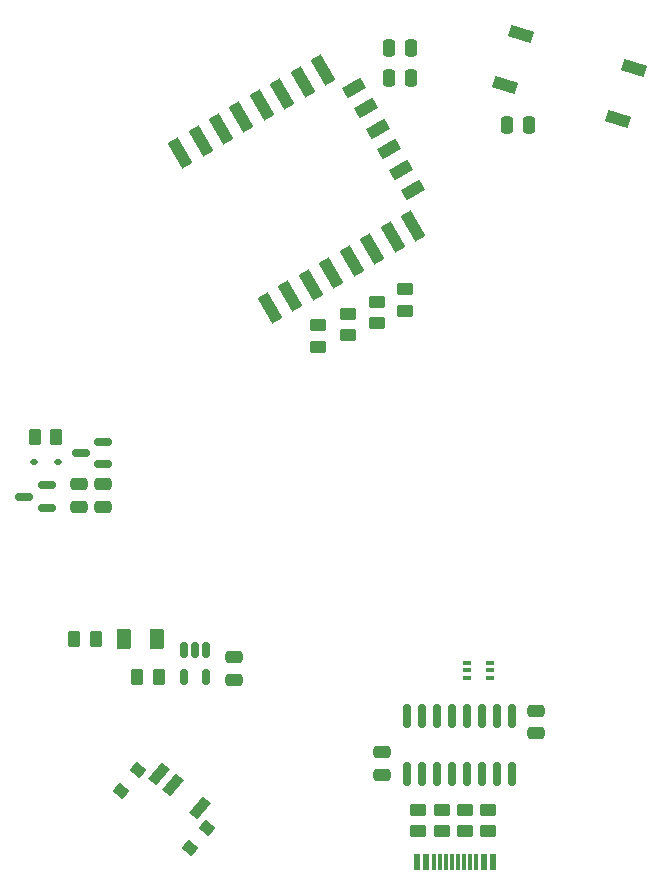
<source format=gbp>
G04 #@! TF.GenerationSoftware,KiCad,Pcbnew,8.0.4*
G04 #@! TF.CreationDate,2024-08-11T22:53:44+02:00*
G04 #@! TF.ProjectId,Haibadge_B,48616962-6164-4676-955f-422e6b696361,rev?*
G04 #@! TF.SameCoordinates,Original*
G04 #@! TF.FileFunction,Paste,Bot*
G04 #@! TF.FilePolarity,Positive*
%FSLAX46Y46*%
G04 Gerber Fmt 4.6, Leading zero omitted, Abs format (unit mm)*
G04 Created by KiCad (PCBNEW 8.0.4) date 2024-08-11 22:53:44*
%MOMM*%
%LPD*%
G01*
G04 APERTURE LIST*
G04 Aperture macros list*
%AMRoundRect*
0 Rectangle with rounded corners*
0 $1 Rounding radius*
0 $2 $3 $4 $5 $6 $7 $8 $9 X,Y pos of 4 corners*
0 Add a 4 corners polygon primitive as box body*
4,1,4,$2,$3,$4,$5,$6,$7,$8,$9,$2,$3,0*
0 Add four circle primitives for the rounded corners*
1,1,$1+$1,$2,$3*
1,1,$1+$1,$4,$5*
1,1,$1+$1,$6,$7*
1,1,$1+$1,$8,$9*
0 Add four rect primitives between the rounded corners*
20,1,$1+$1,$2,$3,$4,$5,0*
20,1,$1+$1,$4,$5,$6,$7,0*
20,1,$1+$1,$6,$7,$8,$9,0*
20,1,$1+$1,$8,$9,$2,$3,0*%
%AMRotRect*
0 Rectangle, with rotation*
0 The origin of the aperture is its center*
0 $1 length*
0 $2 width*
0 $3 Rotation angle, in degrees counterclockwise*
0 Add horizontal line*
21,1,$1,$2,0,0,$3*%
G04 Aperture macros list end*
%ADD10RotRect,0.900000X1.800000X140.000000*%
%ADD11RotRect,1.100000X0.930000X140.000000*%
%ADD12RoundRect,0.150000X0.587500X0.150000X-0.587500X0.150000X-0.587500X-0.150000X0.587500X-0.150000X0*%
%ADD13RoundRect,0.250000X0.375000X0.625000X-0.375000X0.625000X-0.375000X-0.625000X0.375000X-0.625000X0*%
%ADD14RoundRect,0.250000X-0.450000X0.262500X-0.450000X-0.262500X0.450000X-0.262500X0.450000X0.262500X0*%
%ADD15RoundRect,0.250000X-0.250000X-0.475000X0.250000X-0.475000X0.250000X0.475000X-0.250000X0.475000X0*%
%ADD16RoundRect,0.250000X0.262500X0.450000X-0.262500X0.450000X-0.262500X-0.450000X0.262500X-0.450000X0*%
%ADD17RoundRect,0.250000X-0.262500X-0.450000X0.262500X-0.450000X0.262500X0.450000X-0.262500X0.450000X0*%
%ADD18RoundRect,0.250000X-0.475000X0.250000X-0.475000X-0.250000X0.475000X-0.250000X0.475000X0.250000X0*%
%ADD19RoundRect,0.250000X0.450000X-0.262500X0.450000X0.262500X-0.450000X0.262500X-0.450000X-0.262500X0*%
%ADD20RotRect,2.000000X1.000000X163.000000*%
%ADD21RoundRect,0.100000X-0.225000X-0.100000X0.225000X-0.100000X0.225000X0.100000X-0.225000X0.100000X0*%
%ADD22RoundRect,0.150000X0.150000X-0.825000X0.150000X0.825000X-0.150000X0.825000X-0.150000X-0.825000X0*%
%ADD23RoundRect,0.150000X-0.150000X0.512500X-0.150000X-0.512500X0.150000X-0.512500X0.150000X0.512500X0*%
%ADD24RoundRect,0.250000X0.475000X-0.250000X0.475000X0.250000X-0.475000X0.250000X-0.475000X-0.250000X0*%
%ADD25RoundRect,0.112500X0.187500X0.112500X-0.187500X0.112500X-0.187500X-0.112500X0.187500X-0.112500X0*%
%ADD26R,0.600000X1.450000*%
%ADD27R,0.300000X1.450000*%
%ADD28RotRect,2.500000X1.000000X300.000000*%
%ADD29RotRect,1.000000X1.800000X300.000000*%
G04 APERTURE END LIST*
D10*
G04 #@! TO.C,SW2*
X118565777Y-168318165D03*
X116267644Y-166389802D03*
X115118577Y-165425621D03*
D11*
X113359128Y-165111079D03*
X111900000Y-166850000D03*
X117721937Y-171735186D03*
X119181065Y-169996265D03*
G04 #@! TD*
D12*
G04 #@! TO.C,Q3*
X105600000Y-141000000D03*
X105600000Y-142900000D03*
X103725000Y-141950000D03*
G04 #@! TD*
D13*
G04 #@! TO.C,D16*
X114950000Y-154000000D03*
X112150000Y-154000000D03*
G04 #@! TD*
D14*
G04 #@! TO.C,R10*
X133600000Y-125462500D03*
X133600000Y-127287500D03*
G04 #@! TD*
D15*
G04 #@! TO.C,C22*
X134550000Y-104000000D03*
X136450000Y-104000000D03*
G04 #@! TD*
D16*
G04 #@! TO.C,R4*
X109775000Y-154050000D03*
X107950000Y-154050000D03*
G04 #@! TD*
D17*
G04 #@! TO.C,R12*
X113275000Y-157200000D03*
X115100000Y-157200000D03*
G04 #@! TD*
D12*
G04 #@! TO.C,U4*
X108525000Y-138250000D03*
X110400000Y-139200000D03*
X110400000Y-137300000D03*
G04 #@! TD*
D15*
G04 #@! TO.C,C23*
X134550000Y-106500000D03*
X136450000Y-106500000D03*
G04 #@! TD*
D18*
G04 #@! TO.C,C19*
X110400000Y-140900000D03*
X110400000Y-142800000D03*
G04 #@! TD*
D19*
G04 #@! TO.C,R7*
X139050000Y-170300000D03*
X139050000Y-168475000D03*
G04 #@! TD*
D20*
G04 #@! TO.C,SW1*
X155315672Y-105696629D03*
X145752625Y-102772912D03*
X153999999Y-110000000D03*
X144436952Y-107076283D03*
G04 #@! TD*
D15*
G04 #@! TO.C,C16*
X144550000Y-110500000D03*
X146450000Y-110500000D03*
G04 #@! TD*
D21*
G04 #@! TO.C,Q1*
X141200000Y-157300000D03*
X141200000Y-156650000D03*
X141200000Y-156000000D03*
X143100000Y-156000000D03*
X143100000Y-156650000D03*
X143100000Y-157300000D03*
G04 #@! TD*
D22*
G04 #@! TO.C,U2*
X145000000Y-165475000D03*
X143730000Y-165475000D03*
X142460000Y-165475000D03*
X141190000Y-165475000D03*
X139920000Y-165475000D03*
X138650000Y-165475000D03*
X137380000Y-165475000D03*
X136110000Y-165475000D03*
X136110000Y-160525000D03*
X137380000Y-160525000D03*
X138650000Y-160525000D03*
X139920000Y-160525000D03*
X141190000Y-160525000D03*
X142460000Y-160525000D03*
X143730000Y-160525000D03*
X145000000Y-160525000D03*
G04 #@! TD*
D23*
G04 #@! TO.C,U3*
X117187500Y-157187500D03*
X119087500Y-157187500D03*
X119087500Y-154912500D03*
X118137500Y-154912500D03*
X117187500Y-154912500D03*
G04 #@! TD*
D14*
G04 #@! TO.C,R6*
X137000000Y-168475000D03*
X137000000Y-170300000D03*
G04 #@! TD*
D24*
G04 #@! TO.C,C21*
X121500000Y-157450000D03*
X121500000Y-155550000D03*
G04 #@! TD*
D14*
G04 #@! TO.C,R9*
X131100000Y-126462500D03*
X131100000Y-128287500D03*
G04 #@! TD*
D18*
G04 #@! TO.C,C20*
X108300000Y-140900000D03*
X108300000Y-142800000D03*
G04 #@! TD*
D24*
G04 #@! TO.C,C25*
X147000000Y-161975000D03*
X147000000Y-160075000D03*
G04 #@! TD*
D19*
G04 #@! TO.C,R5*
X143000000Y-170300000D03*
X143000000Y-168475000D03*
G04 #@! TD*
D14*
G04 #@! TO.C,R11*
X128600000Y-127462500D03*
X128600000Y-129287500D03*
G04 #@! TD*
D25*
G04 #@! TO.C,D17*
X104500000Y-139000000D03*
X106600000Y-139000000D03*
G04 #@! TD*
D18*
G04 #@! TO.C,C24*
X134000000Y-163600000D03*
X134000000Y-165500000D03*
G04 #@! TD*
D14*
G04 #@! TO.C,R2*
X135900000Y-124375000D03*
X135900000Y-126200000D03*
G04 #@! TD*
G04 #@! TO.C,R8*
X141000000Y-168475000D03*
X141000000Y-170300000D03*
G04 #@! TD*
D26*
G04 #@! TO.C,J2*
X143430000Y-172905000D03*
X142630000Y-172905000D03*
D27*
X141430000Y-172905000D03*
X140430000Y-172905000D03*
X139930000Y-172905000D03*
X138930000Y-172905000D03*
D26*
X137730000Y-172905000D03*
X136930000Y-172905000D03*
X136930000Y-172905000D03*
X137730000Y-172905000D03*
D27*
X138430000Y-172905000D03*
X139430000Y-172905000D03*
X140930000Y-172905000D03*
X141930000Y-172905000D03*
D26*
X142630000Y-172905000D03*
X143430000Y-172905000D03*
G04 #@! TD*
D16*
G04 #@! TO.C,R13*
X104575000Y-136900000D03*
X106400000Y-136900000D03*
G04 #@! TD*
D28*
G04 #@! TO.C,U1*
X116900000Y-112836414D03*
X118632051Y-111836414D03*
X120364102Y-110836414D03*
X122096153Y-109836414D03*
X123828203Y-108836414D03*
X125560254Y-107836414D03*
X127292305Y-106836414D03*
X129024356Y-105836414D03*
D29*
X131623394Y-107338080D03*
X132623394Y-109070131D03*
X133623394Y-110802182D03*
X134623394Y-112534232D03*
X135623394Y-114266283D03*
X136623394Y-115998334D03*
D28*
X136624356Y-119000000D03*
X134892305Y-120000000D03*
X133160254Y-121000000D03*
X131428203Y-122000000D03*
X129696153Y-123000000D03*
X127964102Y-124000000D03*
X126232051Y-125000000D03*
X124500000Y-126000000D03*
G04 #@! TD*
M02*

</source>
